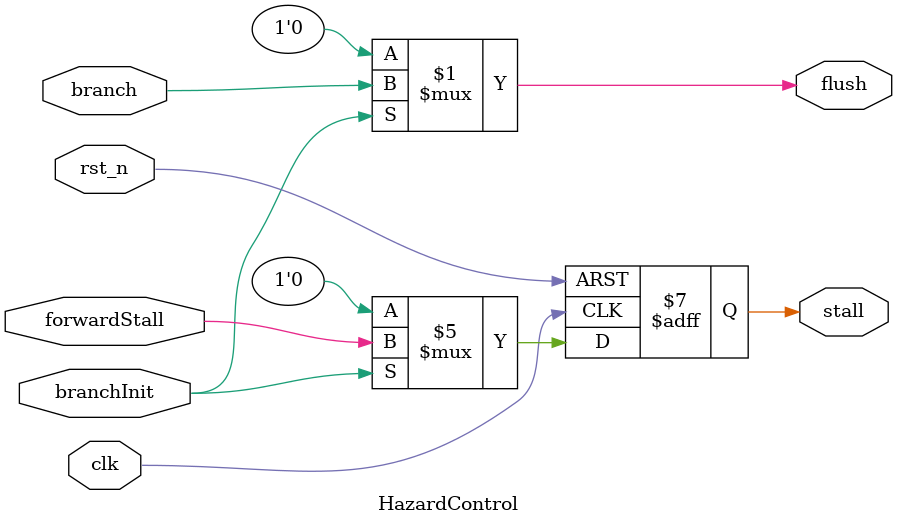
<source format=v>
module HazardControl(clk, rst_n, branch, branchInit, forwardStall, flush, stall);
  input clk, rst_n, branch, branchInit, forwardStall;

  output flush;
  output reg stall;

  assign flush = branchInit ? branch: 1'b0;

  always @(negedge clk or negedge rst_n) begin
    if(!rst_n) 
      stall <= 1'b0;
    else if(branchInit)
      stall <= forwardStall;
    else 
      stall <= 1'b0;
  end

endmodule

</source>
